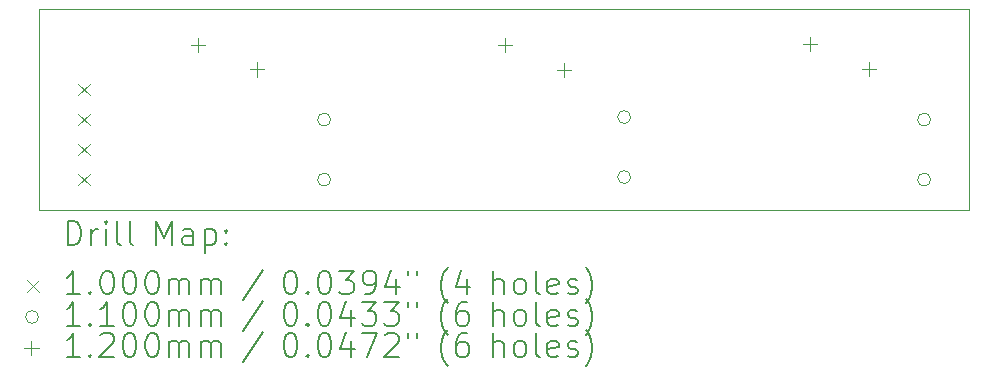
<source format=gbr>
%TF.GenerationSoftware,KiCad,Pcbnew,(7.0.0)*%
%TF.CreationDate,2023-05-23T21:52:25+07:00*%
%TF.ProjectId,bottom_keyboard_pcb,626f7474-6f6d-45f6-9b65-79626f617264,rev?*%
%TF.SameCoordinates,Original*%
%TF.FileFunction,Drillmap*%
%TF.FilePolarity,Positive*%
%FSLAX45Y45*%
G04 Gerber Fmt 4.5, Leading zero omitted, Abs format (unit mm)*
G04 Created by KiCad (PCBNEW (7.0.0)) date 2023-05-23 21:52:25*
%MOMM*%
%LPD*%
G01*
G04 APERTURE LIST*
%ADD10C,0.100000*%
%ADD11C,0.200000*%
%ADD12C,0.110000*%
%ADD13C,0.120000*%
G04 APERTURE END LIST*
D10*
X10033000Y-8842404D02*
X17907000Y-8842404D01*
X17907000Y-8842404D02*
X17907000Y-10541000D01*
X17907000Y-10541000D02*
X10033000Y-10541000D01*
X10033000Y-10541000D02*
X10033000Y-8842404D01*
D11*
D10*
X10364000Y-9474000D02*
X10464000Y-9574000D01*
X10464000Y-9474000D02*
X10364000Y-9574000D01*
X10364000Y-9728000D02*
X10464000Y-9828000D01*
X10464000Y-9728000D02*
X10364000Y-9828000D01*
X10364000Y-9982000D02*
X10464000Y-10082000D01*
X10464000Y-9982000D02*
X10364000Y-10082000D01*
X10364000Y-10236000D02*
X10464000Y-10336000D01*
X10464000Y-10236000D02*
X10364000Y-10336000D01*
D12*
X12501000Y-9779000D02*
G75*
G03*
X12501000Y-9779000I-55000J0D01*
G01*
X12501000Y-10287000D02*
G75*
G03*
X12501000Y-10287000I-55000J0D01*
G01*
X15041000Y-9757218D02*
G75*
G03*
X15041000Y-9757218I-55000J0D01*
G01*
X15041000Y-10265218D02*
G75*
G03*
X15041000Y-10265218I-55000J0D01*
G01*
X17581000Y-9779000D02*
G75*
G03*
X17581000Y-9779000I-55000J0D01*
G01*
X17581000Y-10287000D02*
G75*
G03*
X17581000Y-10287000I-55000J0D01*
G01*
D13*
X11379526Y-9084210D02*
X11379526Y-9204210D01*
X11319526Y-9144210D02*
X11439526Y-9144210D01*
X11879526Y-9294210D02*
X11879526Y-9414210D01*
X11819526Y-9354210D02*
X11939526Y-9354210D01*
X13974000Y-9090000D02*
X13974000Y-9210000D01*
X13914000Y-9150000D02*
X14034000Y-9150000D01*
X14474000Y-9300000D02*
X14474000Y-9420000D01*
X14414000Y-9360000D02*
X14534000Y-9360000D01*
X16560551Y-9080802D02*
X16560551Y-9200802D01*
X16500551Y-9140802D02*
X16620551Y-9140802D01*
X17060552Y-9290802D02*
X17060552Y-9410802D01*
X17000552Y-9350802D02*
X17120552Y-9350802D01*
D11*
X10275619Y-10839476D02*
X10275619Y-10639476D01*
X10275619Y-10639476D02*
X10323238Y-10639476D01*
X10323238Y-10639476D02*
X10351810Y-10649000D01*
X10351810Y-10649000D02*
X10370857Y-10668048D01*
X10370857Y-10668048D02*
X10380381Y-10687095D01*
X10380381Y-10687095D02*
X10389905Y-10725190D01*
X10389905Y-10725190D02*
X10389905Y-10753762D01*
X10389905Y-10753762D02*
X10380381Y-10791857D01*
X10380381Y-10791857D02*
X10370857Y-10810905D01*
X10370857Y-10810905D02*
X10351810Y-10829952D01*
X10351810Y-10829952D02*
X10323238Y-10839476D01*
X10323238Y-10839476D02*
X10275619Y-10839476D01*
X10475619Y-10839476D02*
X10475619Y-10706143D01*
X10475619Y-10744238D02*
X10485143Y-10725190D01*
X10485143Y-10725190D02*
X10494667Y-10715667D01*
X10494667Y-10715667D02*
X10513714Y-10706143D01*
X10513714Y-10706143D02*
X10532762Y-10706143D01*
X10599429Y-10839476D02*
X10599429Y-10706143D01*
X10599429Y-10639476D02*
X10589905Y-10649000D01*
X10589905Y-10649000D02*
X10599429Y-10658524D01*
X10599429Y-10658524D02*
X10608952Y-10649000D01*
X10608952Y-10649000D02*
X10599429Y-10639476D01*
X10599429Y-10639476D02*
X10599429Y-10658524D01*
X10723238Y-10839476D02*
X10704190Y-10829952D01*
X10704190Y-10829952D02*
X10694667Y-10810905D01*
X10694667Y-10810905D02*
X10694667Y-10639476D01*
X10828000Y-10839476D02*
X10808952Y-10829952D01*
X10808952Y-10829952D02*
X10799429Y-10810905D01*
X10799429Y-10810905D02*
X10799429Y-10639476D01*
X11024190Y-10839476D02*
X11024190Y-10639476D01*
X11024190Y-10639476D02*
X11090857Y-10782333D01*
X11090857Y-10782333D02*
X11157524Y-10639476D01*
X11157524Y-10639476D02*
X11157524Y-10839476D01*
X11338476Y-10839476D02*
X11338476Y-10734714D01*
X11338476Y-10734714D02*
X11328952Y-10715667D01*
X11328952Y-10715667D02*
X11309905Y-10706143D01*
X11309905Y-10706143D02*
X11271809Y-10706143D01*
X11271809Y-10706143D02*
X11252762Y-10715667D01*
X11338476Y-10829952D02*
X11319428Y-10839476D01*
X11319428Y-10839476D02*
X11271809Y-10839476D01*
X11271809Y-10839476D02*
X11252762Y-10829952D01*
X11252762Y-10829952D02*
X11243238Y-10810905D01*
X11243238Y-10810905D02*
X11243238Y-10791857D01*
X11243238Y-10791857D02*
X11252762Y-10772810D01*
X11252762Y-10772810D02*
X11271809Y-10763286D01*
X11271809Y-10763286D02*
X11319428Y-10763286D01*
X11319428Y-10763286D02*
X11338476Y-10753762D01*
X11433714Y-10706143D02*
X11433714Y-10906143D01*
X11433714Y-10715667D02*
X11452762Y-10706143D01*
X11452762Y-10706143D02*
X11490857Y-10706143D01*
X11490857Y-10706143D02*
X11509905Y-10715667D01*
X11509905Y-10715667D02*
X11519428Y-10725190D01*
X11519428Y-10725190D02*
X11528952Y-10744238D01*
X11528952Y-10744238D02*
X11528952Y-10801381D01*
X11528952Y-10801381D02*
X11519428Y-10820429D01*
X11519428Y-10820429D02*
X11509905Y-10829952D01*
X11509905Y-10829952D02*
X11490857Y-10839476D01*
X11490857Y-10839476D02*
X11452762Y-10839476D01*
X11452762Y-10839476D02*
X11433714Y-10829952D01*
X11614667Y-10820429D02*
X11624190Y-10829952D01*
X11624190Y-10829952D02*
X11614667Y-10839476D01*
X11614667Y-10839476D02*
X11605143Y-10829952D01*
X11605143Y-10829952D02*
X11614667Y-10820429D01*
X11614667Y-10820429D02*
X11614667Y-10839476D01*
X11614667Y-10715667D02*
X11624190Y-10725190D01*
X11624190Y-10725190D02*
X11614667Y-10734714D01*
X11614667Y-10734714D02*
X11605143Y-10725190D01*
X11605143Y-10725190D02*
X11614667Y-10715667D01*
X11614667Y-10715667D02*
X11614667Y-10734714D01*
D10*
X9928000Y-11136000D02*
X10028000Y-11236000D01*
X10028000Y-11136000D02*
X9928000Y-11236000D01*
D11*
X10380381Y-11259476D02*
X10266095Y-11259476D01*
X10323238Y-11259476D02*
X10323238Y-11059476D01*
X10323238Y-11059476D02*
X10304190Y-11088048D01*
X10304190Y-11088048D02*
X10285143Y-11107095D01*
X10285143Y-11107095D02*
X10266095Y-11116619D01*
X10466095Y-11240428D02*
X10475619Y-11249952D01*
X10475619Y-11249952D02*
X10466095Y-11259476D01*
X10466095Y-11259476D02*
X10456571Y-11249952D01*
X10456571Y-11249952D02*
X10466095Y-11240428D01*
X10466095Y-11240428D02*
X10466095Y-11259476D01*
X10599429Y-11059476D02*
X10618476Y-11059476D01*
X10618476Y-11059476D02*
X10637524Y-11069000D01*
X10637524Y-11069000D02*
X10647048Y-11078524D01*
X10647048Y-11078524D02*
X10656571Y-11097571D01*
X10656571Y-11097571D02*
X10666095Y-11135667D01*
X10666095Y-11135667D02*
X10666095Y-11183286D01*
X10666095Y-11183286D02*
X10656571Y-11221381D01*
X10656571Y-11221381D02*
X10647048Y-11240428D01*
X10647048Y-11240428D02*
X10637524Y-11249952D01*
X10637524Y-11249952D02*
X10618476Y-11259476D01*
X10618476Y-11259476D02*
X10599429Y-11259476D01*
X10599429Y-11259476D02*
X10580381Y-11249952D01*
X10580381Y-11249952D02*
X10570857Y-11240428D01*
X10570857Y-11240428D02*
X10561333Y-11221381D01*
X10561333Y-11221381D02*
X10551810Y-11183286D01*
X10551810Y-11183286D02*
X10551810Y-11135667D01*
X10551810Y-11135667D02*
X10561333Y-11097571D01*
X10561333Y-11097571D02*
X10570857Y-11078524D01*
X10570857Y-11078524D02*
X10580381Y-11069000D01*
X10580381Y-11069000D02*
X10599429Y-11059476D01*
X10789905Y-11059476D02*
X10808952Y-11059476D01*
X10808952Y-11059476D02*
X10828000Y-11069000D01*
X10828000Y-11069000D02*
X10837524Y-11078524D01*
X10837524Y-11078524D02*
X10847048Y-11097571D01*
X10847048Y-11097571D02*
X10856571Y-11135667D01*
X10856571Y-11135667D02*
X10856571Y-11183286D01*
X10856571Y-11183286D02*
X10847048Y-11221381D01*
X10847048Y-11221381D02*
X10837524Y-11240428D01*
X10837524Y-11240428D02*
X10828000Y-11249952D01*
X10828000Y-11249952D02*
X10808952Y-11259476D01*
X10808952Y-11259476D02*
X10789905Y-11259476D01*
X10789905Y-11259476D02*
X10770857Y-11249952D01*
X10770857Y-11249952D02*
X10761333Y-11240428D01*
X10761333Y-11240428D02*
X10751810Y-11221381D01*
X10751810Y-11221381D02*
X10742286Y-11183286D01*
X10742286Y-11183286D02*
X10742286Y-11135667D01*
X10742286Y-11135667D02*
X10751810Y-11097571D01*
X10751810Y-11097571D02*
X10761333Y-11078524D01*
X10761333Y-11078524D02*
X10770857Y-11069000D01*
X10770857Y-11069000D02*
X10789905Y-11059476D01*
X10980381Y-11059476D02*
X10999429Y-11059476D01*
X10999429Y-11059476D02*
X11018476Y-11069000D01*
X11018476Y-11069000D02*
X11028000Y-11078524D01*
X11028000Y-11078524D02*
X11037524Y-11097571D01*
X11037524Y-11097571D02*
X11047048Y-11135667D01*
X11047048Y-11135667D02*
X11047048Y-11183286D01*
X11047048Y-11183286D02*
X11037524Y-11221381D01*
X11037524Y-11221381D02*
X11028000Y-11240428D01*
X11028000Y-11240428D02*
X11018476Y-11249952D01*
X11018476Y-11249952D02*
X10999429Y-11259476D01*
X10999429Y-11259476D02*
X10980381Y-11259476D01*
X10980381Y-11259476D02*
X10961333Y-11249952D01*
X10961333Y-11249952D02*
X10951810Y-11240428D01*
X10951810Y-11240428D02*
X10942286Y-11221381D01*
X10942286Y-11221381D02*
X10932762Y-11183286D01*
X10932762Y-11183286D02*
X10932762Y-11135667D01*
X10932762Y-11135667D02*
X10942286Y-11097571D01*
X10942286Y-11097571D02*
X10951810Y-11078524D01*
X10951810Y-11078524D02*
X10961333Y-11069000D01*
X10961333Y-11069000D02*
X10980381Y-11059476D01*
X11132762Y-11259476D02*
X11132762Y-11126143D01*
X11132762Y-11145190D02*
X11142286Y-11135667D01*
X11142286Y-11135667D02*
X11161333Y-11126143D01*
X11161333Y-11126143D02*
X11189905Y-11126143D01*
X11189905Y-11126143D02*
X11208952Y-11135667D01*
X11208952Y-11135667D02*
X11218476Y-11154714D01*
X11218476Y-11154714D02*
X11218476Y-11259476D01*
X11218476Y-11154714D02*
X11228000Y-11135667D01*
X11228000Y-11135667D02*
X11247048Y-11126143D01*
X11247048Y-11126143D02*
X11275619Y-11126143D01*
X11275619Y-11126143D02*
X11294667Y-11135667D01*
X11294667Y-11135667D02*
X11304190Y-11154714D01*
X11304190Y-11154714D02*
X11304190Y-11259476D01*
X11399429Y-11259476D02*
X11399429Y-11126143D01*
X11399429Y-11145190D02*
X11408952Y-11135667D01*
X11408952Y-11135667D02*
X11428000Y-11126143D01*
X11428000Y-11126143D02*
X11456571Y-11126143D01*
X11456571Y-11126143D02*
X11475619Y-11135667D01*
X11475619Y-11135667D02*
X11485143Y-11154714D01*
X11485143Y-11154714D02*
X11485143Y-11259476D01*
X11485143Y-11154714D02*
X11494667Y-11135667D01*
X11494667Y-11135667D02*
X11513714Y-11126143D01*
X11513714Y-11126143D02*
X11542286Y-11126143D01*
X11542286Y-11126143D02*
X11561333Y-11135667D01*
X11561333Y-11135667D02*
X11570857Y-11154714D01*
X11570857Y-11154714D02*
X11570857Y-11259476D01*
X11928952Y-11049952D02*
X11757524Y-11307095D01*
X12153714Y-11059476D02*
X12172762Y-11059476D01*
X12172762Y-11059476D02*
X12191810Y-11069000D01*
X12191810Y-11069000D02*
X12201333Y-11078524D01*
X12201333Y-11078524D02*
X12210857Y-11097571D01*
X12210857Y-11097571D02*
X12220381Y-11135667D01*
X12220381Y-11135667D02*
X12220381Y-11183286D01*
X12220381Y-11183286D02*
X12210857Y-11221381D01*
X12210857Y-11221381D02*
X12201333Y-11240428D01*
X12201333Y-11240428D02*
X12191810Y-11249952D01*
X12191810Y-11249952D02*
X12172762Y-11259476D01*
X12172762Y-11259476D02*
X12153714Y-11259476D01*
X12153714Y-11259476D02*
X12134667Y-11249952D01*
X12134667Y-11249952D02*
X12125143Y-11240428D01*
X12125143Y-11240428D02*
X12115619Y-11221381D01*
X12115619Y-11221381D02*
X12106095Y-11183286D01*
X12106095Y-11183286D02*
X12106095Y-11135667D01*
X12106095Y-11135667D02*
X12115619Y-11097571D01*
X12115619Y-11097571D02*
X12125143Y-11078524D01*
X12125143Y-11078524D02*
X12134667Y-11069000D01*
X12134667Y-11069000D02*
X12153714Y-11059476D01*
X12306095Y-11240428D02*
X12315619Y-11249952D01*
X12315619Y-11249952D02*
X12306095Y-11259476D01*
X12306095Y-11259476D02*
X12296571Y-11249952D01*
X12296571Y-11249952D02*
X12306095Y-11240428D01*
X12306095Y-11240428D02*
X12306095Y-11259476D01*
X12439429Y-11059476D02*
X12458476Y-11059476D01*
X12458476Y-11059476D02*
X12477524Y-11069000D01*
X12477524Y-11069000D02*
X12487048Y-11078524D01*
X12487048Y-11078524D02*
X12496571Y-11097571D01*
X12496571Y-11097571D02*
X12506095Y-11135667D01*
X12506095Y-11135667D02*
X12506095Y-11183286D01*
X12506095Y-11183286D02*
X12496571Y-11221381D01*
X12496571Y-11221381D02*
X12487048Y-11240428D01*
X12487048Y-11240428D02*
X12477524Y-11249952D01*
X12477524Y-11249952D02*
X12458476Y-11259476D01*
X12458476Y-11259476D02*
X12439429Y-11259476D01*
X12439429Y-11259476D02*
X12420381Y-11249952D01*
X12420381Y-11249952D02*
X12410857Y-11240428D01*
X12410857Y-11240428D02*
X12401333Y-11221381D01*
X12401333Y-11221381D02*
X12391810Y-11183286D01*
X12391810Y-11183286D02*
X12391810Y-11135667D01*
X12391810Y-11135667D02*
X12401333Y-11097571D01*
X12401333Y-11097571D02*
X12410857Y-11078524D01*
X12410857Y-11078524D02*
X12420381Y-11069000D01*
X12420381Y-11069000D02*
X12439429Y-11059476D01*
X12572762Y-11059476D02*
X12696571Y-11059476D01*
X12696571Y-11059476D02*
X12629905Y-11135667D01*
X12629905Y-11135667D02*
X12658476Y-11135667D01*
X12658476Y-11135667D02*
X12677524Y-11145190D01*
X12677524Y-11145190D02*
X12687048Y-11154714D01*
X12687048Y-11154714D02*
X12696571Y-11173762D01*
X12696571Y-11173762D02*
X12696571Y-11221381D01*
X12696571Y-11221381D02*
X12687048Y-11240428D01*
X12687048Y-11240428D02*
X12677524Y-11249952D01*
X12677524Y-11249952D02*
X12658476Y-11259476D01*
X12658476Y-11259476D02*
X12601333Y-11259476D01*
X12601333Y-11259476D02*
X12582286Y-11249952D01*
X12582286Y-11249952D02*
X12572762Y-11240428D01*
X12791810Y-11259476D02*
X12829905Y-11259476D01*
X12829905Y-11259476D02*
X12848952Y-11249952D01*
X12848952Y-11249952D02*
X12858476Y-11240428D01*
X12858476Y-11240428D02*
X12877524Y-11211857D01*
X12877524Y-11211857D02*
X12887048Y-11173762D01*
X12887048Y-11173762D02*
X12887048Y-11097571D01*
X12887048Y-11097571D02*
X12877524Y-11078524D01*
X12877524Y-11078524D02*
X12868000Y-11069000D01*
X12868000Y-11069000D02*
X12848952Y-11059476D01*
X12848952Y-11059476D02*
X12810857Y-11059476D01*
X12810857Y-11059476D02*
X12791810Y-11069000D01*
X12791810Y-11069000D02*
X12782286Y-11078524D01*
X12782286Y-11078524D02*
X12772762Y-11097571D01*
X12772762Y-11097571D02*
X12772762Y-11145190D01*
X12772762Y-11145190D02*
X12782286Y-11164238D01*
X12782286Y-11164238D02*
X12791810Y-11173762D01*
X12791810Y-11173762D02*
X12810857Y-11183286D01*
X12810857Y-11183286D02*
X12848952Y-11183286D01*
X12848952Y-11183286D02*
X12868000Y-11173762D01*
X12868000Y-11173762D02*
X12877524Y-11164238D01*
X12877524Y-11164238D02*
X12887048Y-11145190D01*
X13058476Y-11126143D02*
X13058476Y-11259476D01*
X13010857Y-11049952D02*
X12963238Y-11192809D01*
X12963238Y-11192809D02*
X13087048Y-11192809D01*
X13153714Y-11059476D02*
X13153714Y-11097571D01*
X13229905Y-11059476D02*
X13229905Y-11097571D01*
X13492762Y-11335667D02*
X13483238Y-11326143D01*
X13483238Y-11326143D02*
X13464191Y-11297571D01*
X13464191Y-11297571D02*
X13454667Y-11278524D01*
X13454667Y-11278524D02*
X13445143Y-11249952D01*
X13445143Y-11249952D02*
X13435619Y-11202333D01*
X13435619Y-11202333D02*
X13435619Y-11164238D01*
X13435619Y-11164238D02*
X13445143Y-11116619D01*
X13445143Y-11116619D02*
X13454667Y-11088048D01*
X13454667Y-11088048D02*
X13464191Y-11069000D01*
X13464191Y-11069000D02*
X13483238Y-11040429D01*
X13483238Y-11040429D02*
X13492762Y-11030905D01*
X13654667Y-11126143D02*
X13654667Y-11259476D01*
X13607048Y-11049952D02*
X13559429Y-11192809D01*
X13559429Y-11192809D02*
X13683238Y-11192809D01*
X13879429Y-11259476D02*
X13879429Y-11059476D01*
X13965143Y-11259476D02*
X13965143Y-11154714D01*
X13965143Y-11154714D02*
X13955619Y-11135667D01*
X13955619Y-11135667D02*
X13936572Y-11126143D01*
X13936572Y-11126143D02*
X13908000Y-11126143D01*
X13908000Y-11126143D02*
X13888952Y-11135667D01*
X13888952Y-11135667D02*
X13879429Y-11145190D01*
X14088952Y-11259476D02*
X14069905Y-11249952D01*
X14069905Y-11249952D02*
X14060381Y-11240428D01*
X14060381Y-11240428D02*
X14050857Y-11221381D01*
X14050857Y-11221381D02*
X14050857Y-11164238D01*
X14050857Y-11164238D02*
X14060381Y-11145190D01*
X14060381Y-11145190D02*
X14069905Y-11135667D01*
X14069905Y-11135667D02*
X14088952Y-11126143D01*
X14088952Y-11126143D02*
X14117524Y-11126143D01*
X14117524Y-11126143D02*
X14136572Y-11135667D01*
X14136572Y-11135667D02*
X14146095Y-11145190D01*
X14146095Y-11145190D02*
X14155619Y-11164238D01*
X14155619Y-11164238D02*
X14155619Y-11221381D01*
X14155619Y-11221381D02*
X14146095Y-11240428D01*
X14146095Y-11240428D02*
X14136572Y-11249952D01*
X14136572Y-11249952D02*
X14117524Y-11259476D01*
X14117524Y-11259476D02*
X14088952Y-11259476D01*
X14269905Y-11259476D02*
X14250857Y-11249952D01*
X14250857Y-11249952D02*
X14241333Y-11230905D01*
X14241333Y-11230905D02*
X14241333Y-11059476D01*
X14422286Y-11249952D02*
X14403238Y-11259476D01*
X14403238Y-11259476D02*
X14365143Y-11259476D01*
X14365143Y-11259476D02*
X14346095Y-11249952D01*
X14346095Y-11249952D02*
X14336572Y-11230905D01*
X14336572Y-11230905D02*
X14336572Y-11154714D01*
X14336572Y-11154714D02*
X14346095Y-11135667D01*
X14346095Y-11135667D02*
X14365143Y-11126143D01*
X14365143Y-11126143D02*
X14403238Y-11126143D01*
X14403238Y-11126143D02*
X14422286Y-11135667D01*
X14422286Y-11135667D02*
X14431810Y-11154714D01*
X14431810Y-11154714D02*
X14431810Y-11173762D01*
X14431810Y-11173762D02*
X14336572Y-11192809D01*
X14508000Y-11249952D02*
X14527048Y-11259476D01*
X14527048Y-11259476D02*
X14565143Y-11259476D01*
X14565143Y-11259476D02*
X14584191Y-11249952D01*
X14584191Y-11249952D02*
X14593714Y-11230905D01*
X14593714Y-11230905D02*
X14593714Y-11221381D01*
X14593714Y-11221381D02*
X14584191Y-11202333D01*
X14584191Y-11202333D02*
X14565143Y-11192809D01*
X14565143Y-11192809D02*
X14536572Y-11192809D01*
X14536572Y-11192809D02*
X14517524Y-11183286D01*
X14517524Y-11183286D02*
X14508000Y-11164238D01*
X14508000Y-11164238D02*
X14508000Y-11154714D01*
X14508000Y-11154714D02*
X14517524Y-11135667D01*
X14517524Y-11135667D02*
X14536572Y-11126143D01*
X14536572Y-11126143D02*
X14565143Y-11126143D01*
X14565143Y-11126143D02*
X14584191Y-11135667D01*
X14660381Y-11335667D02*
X14669905Y-11326143D01*
X14669905Y-11326143D02*
X14688953Y-11297571D01*
X14688953Y-11297571D02*
X14698476Y-11278524D01*
X14698476Y-11278524D02*
X14708000Y-11249952D01*
X14708000Y-11249952D02*
X14717524Y-11202333D01*
X14717524Y-11202333D02*
X14717524Y-11164238D01*
X14717524Y-11164238D02*
X14708000Y-11116619D01*
X14708000Y-11116619D02*
X14698476Y-11088048D01*
X14698476Y-11088048D02*
X14688953Y-11069000D01*
X14688953Y-11069000D02*
X14669905Y-11040429D01*
X14669905Y-11040429D02*
X14660381Y-11030905D01*
D12*
X10028000Y-11450000D02*
G75*
G03*
X10028000Y-11450000I-55000J0D01*
G01*
D11*
X10380381Y-11523476D02*
X10266095Y-11523476D01*
X10323238Y-11523476D02*
X10323238Y-11323476D01*
X10323238Y-11323476D02*
X10304190Y-11352048D01*
X10304190Y-11352048D02*
X10285143Y-11371095D01*
X10285143Y-11371095D02*
X10266095Y-11380619D01*
X10466095Y-11504428D02*
X10475619Y-11513952D01*
X10475619Y-11513952D02*
X10466095Y-11523476D01*
X10466095Y-11523476D02*
X10456571Y-11513952D01*
X10456571Y-11513952D02*
X10466095Y-11504428D01*
X10466095Y-11504428D02*
X10466095Y-11523476D01*
X10666095Y-11523476D02*
X10551810Y-11523476D01*
X10608952Y-11523476D02*
X10608952Y-11323476D01*
X10608952Y-11323476D02*
X10589905Y-11352048D01*
X10589905Y-11352048D02*
X10570857Y-11371095D01*
X10570857Y-11371095D02*
X10551810Y-11380619D01*
X10789905Y-11323476D02*
X10808952Y-11323476D01*
X10808952Y-11323476D02*
X10828000Y-11333000D01*
X10828000Y-11333000D02*
X10837524Y-11342524D01*
X10837524Y-11342524D02*
X10847048Y-11361571D01*
X10847048Y-11361571D02*
X10856571Y-11399667D01*
X10856571Y-11399667D02*
X10856571Y-11447286D01*
X10856571Y-11447286D02*
X10847048Y-11485381D01*
X10847048Y-11485381D02*
X10837524Y-11504428D01*
X10837524Y-11504428D02*
X10828000Y-11513952D01*
X10828000Y-11513952D02*
X10808952Y-11523476D01*
X10808952Y-11523476D02*
X10789905Y-11523476D01*
X10789905Y-11523476D02*
X10770857Y-11513952D01*
X10770857Y-11513952D02*
X10761333Y-11504428D01*
X10761333Y-11504428D02*
X10751810Y-11485381D01*
X10751810Y-11485381D02*
X10742286Y-11447286D01*
X10742286Y-11447286D02*
X10742286Y-11399667D01*
X10742286Y-11399667D02*
X10751810Y-11361571D01*
X10751810Y-11361571D02*
X10761333Y-11342524D01*
X10761333Y-11342524D02*
X10770857Y-11333000D01*
X10770857Y-11333000D02*
X10789905Y-11323476D01*
X10980381Y-11323476D02*
X10999429Y-11323476D01*
X10999429Y-11323476D02*
X11018476Y-11333000D01*
X11018476Y-11333000D02*
X11028000Y-11342524D01*
X11028000Y-11342524D02*
X11037524Y-11361571D01*
X11037524Y-11361571D02*
X11047048Y-11399667D01*
X11047048Y-11399667D02*
X11047048Y-11447286D01*
X11047048Y-11447286D02*
X11037524Y-11485381D01*
X11037524Y-11485381D02*
X11028000Y-11504428D01*
X11028000Y-11504428D02*
X11018476Y-11513952D01*
X11018476Y-11513952D02*
X10999429Y-11523476D01*
X10999429Y-11523476D02*
X10980381Y-11523476D01*
X10980381Y-11523476D02*
X10961333Y-11513952D01*
X10961333Y-11513952D02*
X10951810Y-11504428D01*
X10951810Y-11504428D02*
X10942286Y-11485381D01*
X10942286Y-11485381D02*
X10932762Y-11447286D01*
X10932762Y-11447286D02*
X10932762Y-11399667D01*
X10932762Y-11399667D02*
X10942286Y-11361571D01*
X10942286Y-11361571D02*
X10951810Y-11342524D01*
X10951810Y-11342524D02*
X10961333Y-11333000D01*
X10961333Y-11333000D02*
X10980381Y-11323476D01*
X11132762Y-11523476D02*
X11132762Y-11390143D01*
X11132762Y-11409190D02*
X11142286Y-11399667D01*
X11142286Y-11399667D02*
X11161333Y-11390143D01*
X11161333Y-11390143D02*
X11189905Y-11390143D01*
X11189905Y-11390143D02*
X11208952Y-11399667D01*
X11208952Y-11399667D02*
X11218476Y-11418714D01*
X11218476Y-11418714D02*
X11218476Y-11523476D01*
X11218476Y-11418714D02*
X11228000Y-11399667D01*
X11228000Y-11399667D02*
X11247048Y-11390143D01*
X11247048Y-11390143D02*
X11275619Y-11390143D01*
X11275619Y-11390143D02*
X11294667Y-11399667D01*
X11294667Y-11399667D02*
X11304190Y-11418714D01*
X11304190Y-11418714D02*
X11304190Y-11523476D01*
X11399429Y-11523476D02*
X11399429Y-11390143D01*
X11399429Y-11409190D02*
X11408952Y-11399667D01*
X11408952Y-11399667D02*
X11428000Y-11390143D01*
X11428000Y-11390143D02*
X11456571Y-11390143D01*
X11456571Y-11390143D02*
X11475619Y-11399667D01*
X11475619Y-11399667D02*
X11485143Y-11418714D01*
X11485143Y-11418714D02*
X11485143Y-11523476D01*
X11485143Y-11418714D02*
X11494667Y-11399667D01*
X11494667Y-11399667D02*
X11513714Y-11390143D01*
X11513714Y-11390143D02*
X11542286Y-11390143D01*
X11542286Y-11390143D02*
X11561333Y-11399667D01*
X11561333Y-11399667D02*
X11570857Y-11418714D01*
X11570857Y-11418714D02*
X11570857Y-11523476D01*
X11928952Y-11313952D02*
X11757524Y-11571095D01*
X12153714Y-11323476D02*
X12172762Y-11323476D01*
X12172762Y-11323476D02*
X12191810Y-11333000D01*
X12191810Y-11333000D02*
X12201333Y-11342524D01*
X12201333Y-11342524D02*
X12210857Y-11361571D01*
X12210857Y-11361571D02*
X12220381Y-11399667D01*
X12220381Y-11399667D02*
X12220381Y-11447286D01*
X12220381Y-11447286D02*
X12210857Y-11485381D01*
X12210857Y-11485381D02*
X12201333Y-11504428D01*
X12201333Y-11504428D02*
X12191810Y-11513952D01*
X12191810Y-11513952D02*
X12172762Y-11523476D01*
X12172762Y-11523476D02*
X12153714Y-11523476D01*
X12153714Y-11523476D02*
X12134667Y-11513952D01*
X12134667Y-11513952D02*
X12125143Y-11504428D01*
X12125143Y-11504428D02*
X12115619Y-11485381D01*
X12115619Y-11485381D02*
X12106095Y-11447286D01*
X12106095Y-11447286D02*
X12106095Y-11399667D01*
X12106095Y-11399667D02*
X12115619Y-11361571D01*
X12115619Y-11361571D02*
X12125143Y-11342524D01*
X12125143Y-11342524D02*
X12134667Y-11333000D01*
X12134667Y-11333000D02*
X12153714Y-11323476D01*
X12306095Y-11504428D02*
X12315619Y-11513952D01*
X12315619Y-11513952D02*
X12306095Y-11523476D01*
X12306095Y-11523476D02*
X12296571Y-11513952D01*
X12296571Y-11513952D02*
X12306095Y-11504428D01*
X12306095Y-11504428D02*
X12306095Y-11523476D01*
X12439429Y-11323476D02*
X12458476Y-11323476D01*
X12458476Y-11323476D02*
X12477524Y-11333000D01*
X12477524Y-11333000D02*
X12487048Y-11342524D01*
X12487048Y-11342524D02*
X12496571Y-11361571D01*
X12496571Y-11361571D02*
X12506095Y-11399667D01*
X12506095Y-11399667D02*
X12506095Y-11447286D01*
X12506095Y-11447286D02*
X12496571Y-11485381D01*
X12496571Y-11485381D02*
X12487048Y-11504428D01*
X12487048Y-11504428D02*
X12477524Y-11513952D01*
X12477524Y-11513952D02*
X12458476Y-11523476D01*
X12458476Y-11523476D02*
X12439429Y-11523476D01*
X12439429Y-11523476D02*
X12420381Y-11513952D01*
X12420381Y-11513952D02*
X12410857Y-11504428D01*
X12410857Y-11504428D02*
X12401333Y-11485381D01*
X12401333Y-11485381D02*
X12391810Y-11447286D01*
X12391810Y-11447286D02*
X12391810Y-11399667D01*
X12391810Y-11399667D02*
X12401333Y-11361571D01*
X12401333Y-11361571D02*
X12410857Y-11342524D01*
X12410857Y-11342524D02*
X12420381Y-11333000D01*
X12420381Y-11333000D02*
X12439429Y-11323476D01*
X12677524Y-11390143D02*
X12677524Y-11523476D01*
X12629905Y-11313952D02*
X12582286Y-11456809D01*
X12582286Y-11456809D02*
X12706095Y-11456809D01*
X12763238Y-11323476D02*
X12887048Y-11323476D01*
X12887048Y-11323476D02*
X12820381Y-11399667D01*
X12820381Y-11399667D02*
X12848952Y-11399667D01*
X12848952Y-11399667D02*
X12868000Y-11409190D01*
X12868000Y-11409190D02*
X12877524Y-11418714D01*
X12877524Y-11418714D02*
X12887048Y-11437762D01*
X12887048Y-11437762D02*
X12887048Y-11485381D01*
X12887048Y-11485381D02*
X12877524Y-11504428D01*
X12877524Y-11504428D02*
X12868000Y-11513952D01*
X12868000Y-11513952D02*
X12848952Y-11523476D01*
X12848952Y-11523476D02*
X12791810Y-11523476D01*
X12791810Y-11523476D02*
X12772762Y-11513952D01*
X12772762Y-11513952D02*
X12763238Y-11504428D01*
X12953714Y-11323476D02*
X13077524Y-11323476D01*
X13077524Y-11323476D02*
X13010857Y-11399667D01*
X13010857Y-11399667D02*
X13039429Y-11399667D01*
X13039429Y-11399667D02*
X13058476Y-11409190D01*
X13058476Y-11409190D02*
X13068000Y-11418714D01*
X13068000Y-11418714D02*
X13077524Y-11437762D01*
X13077524Y-11437762D02*
X13077524Y-11485381D01*
X13077524Y-11485381D02*
X13068000Y-11504428D01*
X13068000Y-11504428D02*
X13058476Y-11513952D01*
X13058476Y-11513952D02*
X13039429Y-11523476D01*
X13039429Y-11523476D02*
X12982286Y-11523476D01*
X12982286Y-11523476D02*
X12963238Y-11513952D01*
X12963238Y-11513952D02*
X12953714Y-11504428D01*
X13153714Y-11323476D02*
X13153714Y-11361571D01*
X13229905Y-11323476D02*
X13229905Y-11361571D01*
X13492762Y-11599667D02*
X13483238Y-11590143D01*
X13483238Y-11590143D02*
X13464191Y-11561571D01*
X13464191Y-11561571D02*
X13454667Y-11542524D01*
X13454667Y-11542524D02*
X13445143Y-11513952D01*
X13445143Y-11513952D02*
X13435619Y-11466333D01*
X13435619Y-11466333D02*
X13435619Y-11428238D01*
X13435619Y-11428238D02*
X13445143Y-11380619D01*
X13445143Y-11380619D02*
X13454667Y-11352048D01*
X13454667Y-11352048D02*
X13464191Y-11333000D01*
X13464191Y-11333000D02*
X13483238Y-11304428D01*
X13483238Y-11304428D02*
X13492762Y-11294905D01*
X13654667Y-11323476D02*
X13616571Y-11323476D01*
X13616571Y-11323476D02*
X13597524Y-11333000D01*
X13597524Y-11333000D02*
X13588000Y-11342524D01*
X13588000Y-11342524D02*
X13568952Y-11371095D01*
X13568952Y-11371095D02*
X13559429Y-11409190D01*
X13559429Y-11409190D02*
X13559429Y-11485381D01*
X13559429Y-11485381D02*
X13568952Y-11504428D01*
X13568952Y-11504428D02*
X13578476Y-11513952D01*
X13578476Y-11513952D02*
X13597524Y-11523476D01*
X13597524Y-11523476D02*
X13635619Y-11523476D01*
X13635619Y-11523476D02*
X13654667Y-11513952D01*
X13654667Y-11513952D02*
X13664191Y-11504428D01*
X13664191Y-11504428D02*
X13673714Y-11485381D01*
X13673714Y-11485381D02*
X13673714Y-11437762D01*
X13673714Y-11437762D02*
X13664191Y-11418714D01*
X13664191Y-11418714D02*
X13654667Y-11409190D01*
X13654667Y-11409190D02*
X13635619Y-11399667D01*
X13635619Y-11399667D02*
X13597524Y-11399667D01*
X13597524Y-11399667D02*
X13578476Y-11409190D01*
X13578476Y-11409190D02*
X13568952Y-11418714D01*
X13568952Y-11418714D02*
X13559429Y-11437762D01*
X13879429Y-11523476D02*
X13879429Y-11323476D01*
X13965143Y-11523476D02*
X13965143Y-11418714D01*
X13965143Y-11418714D02*
X13955619Y-11399667D01*
X13955619Y-11399667D02*
X13936572Y-11390143D01*
X13936572Y-11390143D02*
X13908000Y-11390143D01*
X13908000Y-11390143D02*
X13888952Y-11399667D01*
X13888952Y-11399667D02*
X13879429Y-11409190D01*
X14088952Y-11523476D02*
X14069905Y-11513952D01*
X14069905Y-11513952D02*
X14060381Y-11504428D01*
X14060381Y-11504428D02*
X14050857Y-11485381D01*
X14050857Y-11485381D02*
X14050857Y-11428238D01*
X14050857Y-11428238D02*
X14060381Y-11409190D01*
X14060381Y-11409190D02*
X14069905Y-11399667D01*
X14069905Y-11399667D02*
X14088952Y-11390143D01*
X14088952Y-11390143D02*
X14117524Y-11390143D01*
X14117524Y-11390143D02*
X14136572Y-11399667D01*
X14136572Y-11399667D02*
X14146095Y-11409190D01*
X14146095Y-11409190D02*
X14155619Y-11428238D01*
X14155619Y-11428238D02*
X14155619Y-11485381D01*
X14155619Y-11485381D02*
X14146095Y-11504428D01*
X14146095Y-11504428D02*
X14136572Y-11513952D01*
X14136572Y-11513952D02*
X14117524Y-11523476D01*
X14117524Y-11523476D02*
X14088952Y-11523476D01*
X14269905Y-11523476D02*
X14250857Y-11513952D01*
X14250857Y-11513952D02*
X14241333Y-11494905D01*
X14241333Y-11494905D02*
X14241333Y-11323476D01*
X14422286Y-11513952D02*
X14403238Y-11523476D01*
X14403238Y-11523476D02*
X14365143Y-11523476D01*
X14365143Y-11523476D02*
X14346095Y-11513952D01*
X14346095Y-11513952D02*
X14336572Y-11494905D01*
X14336572Y-11494905D02*
X14336572Y-11418714D01*
X14336572Y-11418714D02*
X14346095Y-11399667D01*
X14346095Y-11399667D02*
X14365143Y-11390143D01*
X14365143Y-11390143D02*
X14403238Y-11390143D01*
X14403238Y-11390143D02*
X14422286Y-11399667D01*
X14422286Y-11399667D02*
X14431810Y-11418714D01*
X14431810Y-11418714D02*
X14431810Y-11437762D01*
X14431810Y-11437762D02*
X14336572Y-11456809D01*
X14508000Y-11513952D02*
X14527048Y-11523476D01*
X14527048Y-11523476D02*
X14565143Y-11523476D01*
X14565143Y-11523476D02*
X14584191Y-11513952D01*
X14584191Y-11513952D02*
X14593714Y-11494905D01*
X14593714Y-11494905D02*
X14593714Y-11485381D01*
X14593714Y-11485381D02*
X14584191Y-11466333D01*
X14584191Y-11466333D02*
X14565143Y-11456809D01*
X14565143Y-11456809D02*
X14536572Y-11456809D01*
X14536572Y-11456809D02*
X14517524Y-11447286D01*
X14517524Y-11447286D02*
X14508000Y-11428238D01*
X14508000Y-11428238D02*
X14508000Y-11418714D01*
X14508000Y-11418714D02*
X14517524Y-11399667D01*
X14517524Y-11399667D02*
X14536572Y-11390143D01*
X14536572Y-11390143D02*
X14565143Y-11390143D01*
X14565143Y-11390143D02*
X14584191Y-11399667D01*
X14660381Y-11599667D02*
X14669905Y-11590143D01*
X14669905Y-11590143D02*
X14688953Y-11561571D01*
X14688953Y-11561571D02*
X14698476Y-11542524D01*
X14698476Y-11542524D02*
X14708000Y-11513952D01*
X14708000Y-11513952D02*
X14717524Y-11466333D01*
X14717524Y-11466333D02*
X14717524Y-11428238D01*
X14717524Y-11428238D02*
X14708000Y-11380619D01*
X14708000Y-11380619D02*
X14698476Y-11352048D01*
X14698476Y-11352048D02*
X14688953Y-11333000D01*
X14688953Y-11333000D02*
X14669905Y-11304428D01*
X14669905Y-11304428D02*
X14660381Y-11294905D01*
D13*
X9968000Y-11654000D02*
X9968000Y-11774000D01*
X9908000Y-11714000D02*
X10028000Y-11714000D01*
D11*
X10380381Y-11787476D02*
X10266095Y-11787476D01*
X10323238Y-11787476D02*
X10323238Y-11587476D01*
X10323238Y-11587476D02*
X10304190Y-11616048D01*
X10304190Y-11616048D02*
X10285143Y-11635095D01*
X10285143Y-11635095D02*
X10266095Y-11644619D01*
X10466095Y-11768428D02*
X10475619Y-11777952D01*
X10475619Y-11777952D02*
X10466095Y-11787476D01*
X10466095Y-11787476D02*
X10456571Y-11777952D01*
X10456571Y-11777952D02*
X10466095Y-11768428D01*
X10466095Y-11768428D02*
X10466095Y-11787476D01*
X10551810Y-11606524D02*
X10561333Y-11597000D01*
X10561333Y-11597000D02*
X10580381Y-11587476D01*
X10580381Y-11587476D02*
X10628000Y-11587476D01*
X10628000Y-11587476D02*
X10647048Y-11597000D01*
X10647048Y-11597000D02*
X10656571Y-11606524D01*
X10656571Y-11606524D02*
X10666095Y-11625571D01*
X10666095Y-11625571D02*
X10666095Y-11644619D01*
X10666095Y-11644619D02*
X10656571Y-11673190D01*
X10656571Y-11673190D02*
X10542286Y-11787476D01*
X10542286Y-11787476D02*
X10666095Y-11787476D01*
X10789905Y-11587476D02*
X10808952Y-11587476D01*
X10808952Y-11587476D02*
X10828000Y-11597000D01*
X10828000Y-11597000D02*
X10837524Y-11606524D01*
X10837524Y-11606524D02*
X10847048Y-11625571D01*
X10847048Y-11625571D02*
X10856571Y-11663667D01*
X10856571Y-11663667D02*
X10856571Y-11711286D01*
X10856571Y-11711286D02*
X10847048Y-11749381D01*
X10847048Y-11749381D02*
X10837524Y-11768428D01*
X10837524Y-11768428D02*
X10828000Y-11777952D01*
X10828000Y-11777952D02*
X10808952Y-11787476D01*
X10808952Y-11787476D02*
X10789905Y-11787476D01*
X10789905Y-11787476D02*
X10770857Y-11777952D01*
X10770857Y-11777952D02*
X10761333Y-11768428D01*
X10761333Y-11768428D02*
X10751810Y-11749381D01*
X10751810Y-11749381D02*
X10742286Y-11711286D01*
X10742286Y-11711286D02*
X10742286Y-11663667D01*
X10742286Y-11663667D02*
X10751810Y-11625571D01*
X10751810Y-11625571D02*
X10761333Y-11606524D01*
X10761333Y-11606524D02*
X10770857Y-11597000D01*
X10770857Y-11597000D02*
X10789905Y-11587476D01*
X10980381Y-11587476D02*
X10999429Y-11587476D01*
X10999429Y-11587476D02*
X11018476Y-11597000D01*
X11018476Y-11597000D02*
X11028000Y-11606524D01*
X11028000Y-11606524D02*
X11037524Y-11625571D01*
X11037524Y-11625571D02*
X11047048Y-11663667D01*
X11047048Y-11663667D02*
X11047048Y-11711286D01*
X11047048Y-11711286D02*
X11037524Y-11749381D01*
X11037524Y-11749381D02*
X11028000Y-11768428D01*
X11028000Y-11768428D02*
X11018476Y-11777952D01*
X11018476Y-11777952D02*
X10999429Y-11787476D01*
X10999429Y-11787476D02*
X10980381Y-11787476D01*
X10980381Y-11787476D02*
X10961333Y-11777952D01*
X10961333Y-11777952D02*
X10951810Y-11768428D01*
X10951810Y-11768428D02*
X10942286Y-11749381D01*
X10942286Y-11749381D02*
X10932762Y-11711286D01*
X10932762Y-11711286D02*
X10932762Y-11663667D01*
X10932762Y-11663667D02*
X10942286Y-11625571D01*
X10942286Y-11625571D02*
X10951810Y-11606524D01*
X10951810Y-11606524D02*
X10961333Y-11597000D01*
X10961333Y-11597000D02*
X10980381Y-11587476D01*
X11132762Y-11787476D02*
X11132762Y-11654143D01*
X11132762Y-11673190D02*
X11142286Y-11663667D01*
X11142286Y-11663667D02*
X11161333Y-11654143D01*
X11161333Y-11654143D02*
X11189905Y-11654143D01*
X11189905Y-11654143D02*
X11208952Y-11663667D01*
X11208952Y-11663667D02*
X11218476Y-11682714D01*
X11218476Y-11682714D02*
X11218476Y-11787476D01*
X11218476Y-11682714D02*
X11228000Y-11663667D01*
X11228000Y-11663667D02*
X11247048Y-11654143D01*
X11247048Y-11654143D02*
X11275619Y-11654143D01*
X11275619Y-11654143D02*
X11294667Y-11663667D01*
X11294667Y-11663667D02*
X11304190Y-11682714D01*
X11304190Y-11682714D02*
X11304190Y-11787476D01*
X11399429Y-11787476D02*
X11399429Y-11654143D01*
X11399429Y-11673190D02*
X11408952Y-11663667D01*
X11408952Y-11663667D02*
X11428000Y-11654143D01*
X11428000Y-11654143D02*
X11456571Y-11654143D01*
X11456571Y-11654143D02*
X11475619Y-11663667D01*
X11475619Y-11663667D02*
X11485143Y-11682714D01*
X11485143Y-11682714D02*
X11485143Y-11787476D01*
X11485143Y-11682714D02*
X11494667Y-11663667D01*
X11494667Y-11663667D02*
X11513714Y-11654143D01*
X11513714Y-11654143D02*
X11542286Y-11654143D01*
X11542286Y-11654143D02*
X11561333Y-11663667D01*
X11561333Y-11663667D02*
X11570857Y-11682714D01*
X11570857Y-11682714D02*
X11570857Y-11787476D01*
X11928952Y-11577952D02*
X11757524Y-11835095D01*
X12153714Y-11587476D02*
X12172762Y-11587476D01*
X12172762Y-11587476D02*
X12191810Y-11597000D01*
X12191810Y-11597000D02*
X12201333Y-11606524D01*
X12201333Y-11606524D02*
X12210857Y-11625571D01*
X12210857Y-11625571D02*
X12220381Y-11663667D01*
X12220381Y-11663667D02*
X12220381Y-11711286D01*
X12220381Y-11711286D02*
X12210857Y-11749381D01*
X12210857Y-11749381D02*
X12201333Y-11768428D01*
X12201333Y-11768428D02*
X12191810Y-11777952D01*
X12191810Y-11777952D02*
X12172762Y-11787476D01*
X12172762Y-11787476D02*
X12153714Y-11787476D01*
X12153714Y-11787476D02*
X12134667Y-11777952D01*
X12134667Y-11777952D02*
X12125143Y-11768428D01*
X12125143Y-11768428D02*
X12115619Y-11749381D01*
X12115619Y-11749381D02*
X12106095Y-11711286D01*
X12106095Y-11711286D02*
X12106095Y-11663667D01*
X12106095Y-11663667D02*
X12115619Y-11625571D01*
X12115619Y-11625571D02*
X12125143Y-11606524D01*
X12125143Y-11606524D02*
X12134667Y-11597000D01*
X12134667Y-11597000D02*
X12153714Y-11587476D01*
X12306095Y-11768428D02*
X12315619Y-11777952D01*
X12315619Y-11777952D02*
X12306095Y-11787476D01*
X12306095Y-11787476D02*
X12296571Y-11777952D01*
X12296571Y-11777952D02*
X12306095Y-11768428D01*
X12306095Y-11768428D02*
X12306095Y-11787476D01*
X12439429Y-11587476D02*
X12458476Y-11587476D01*
X12458476Y-11587476D02*
X12477524Y-11597000D01*
X12477524Y-11597000D02*
X12487048Y-11606524D01*
X12487048Y-11606524D02*
X12496571Y-11625571D01*
X12496571Y-11625571D02*
X12506095Y-11663667D01*
X12506095Y-11663667D02*
X12506095Y-11711286D01*
X12506095Y-11711286D02*
X12496571Y-11749381D01*
X12496571Y-11749381D02*
X12487048Y-11768428D01*
X12487048Y-11768428D02*
X12477524Y-11777952D01*
X12477524Y-11777952D02*
X12458476Y-11787476D01*
X12458476Y-11787476D02*
X12439429Y-11787476D01*
X12439429Y-11787476D02*
X12420381Y-11777952D01*
X12420381Y-11777952D02*
X12410857Y-11768428D01*
X12410857Y-11768428D02*
X12401333Y-11749381D01*
X12401333Y-11749381D02*
X12391810Y-11711286D01*
X12391810Y-11711286D02*
X12391810Y-11663667D01*
X12391810Y-11663667D02*
X12401333Y-11625571D01*
X12401333Y-11625571D02*
X12410857Y-11606524D01*
X12410857Y-11606524D02*
X12420381Y-11597000D01*
X12420381Y-11597000D02*
X12439429Y-11587476D01*
X12677524Y-11654143D02*
X12677524Y-11787476D01*
X12629905Y-11577952D02*
X12582286Y-11720809D01*
X12582286Y-11720809D02*
X12706095Y-11720809D01*
X12763238Y-11587476D02*
X12896571Y-11587476D01*
X12896571Y-11587476D02*
X12810857Y-11787476D01*
X12963238Y-11606524D02*
X12972762Y-11597000D01*
X12972762Y-11597000D02*
X12991810Y-11587476D01*
X12991810Y-11587476D02*
X13039429Y-11587476D01*
X13039429Y-11587476D02*
X13058476Y-11597000D01*
X13058476Y-11597000D02*
X13068000Y-11606524D01*
X13068000Y-11606524D02*
X13077524Y-11625571D01*
X13077524Y-11625571D02*
X13077524Y-11644619D01*
X13077524Y-11644619D02*
X13068000Y-11673190D01*
X13068000Y-11673190D02*
X12953714Y-11787476D01*
X12953714Y-11787476D02*
X13077524Y-11787476D01*
X13153714Y-11587476D02*
X13153714Y-11625571D01*
X13229905Y-11587476D02*
X13229905Y-11625571D01*
X13492762Y-11863667D02*
X13483238Y-11854143D01*
X13483238Y-11854143D02*
X13464191Y-11825571D01*
X13464191Y-11825571D02*
X13454667Y-11806524D01*
X13454667Y-11806524D02*
X13445143Y-11777952D01*
X13445143Y-11777952D02*
X13435619Y-11730333D01*
X13435619Y-11730333D02*
X13435619Y-11692238D01*
X13435619Y-11692238D02*
X13445143Y-11644619D01*
X13445143Y-11644619D02*
X13454667Y-11616048D01*
X13454667Y-11616048D02*
X13464191Y-11597000D01*
X13464191Y-11597000D02*
X13483238Y-11568428D01*
X13483238Y-11568428D02*
X13492762Y-11558905D01*
X13654667Y-11587476D02*
X13616571Y-11587476D01*
X13616571Y-11587476D02*
X13597524Y-11597000D01*
X13597524Y-11597000D02*
X13588000Y-11606524D01*
X13588000Y-11606524D02*
X13568952Y-11635095D01*
X13568952Y-11635095D02*
X13559429Y-11673190D01*
X13559429Y-11673190D02*
X13559429Y-11749381D01*
X13559429Y-11749381D02*
X13568952Y-11768428D01*
X13568952Y-11768428D02*
X13578476Y-11777952D01*
X13578476Y-11777952D02*
X13597524Y-11787476D01*
X13597524Y-11787476D02*
X13635619Y-11787476D01*
X13635619Y-11787476D02*
X13654667Y-11777952D01*
X13654667Y-11777952D02*
X13664191Y-11768428D01*
X13664191Y-11768428D02*
X13673714Y-11749381D01*
X13673714Y-11749381D02*
X13673714Y-11701762D01*
X13673714Y-11701762D02*
X13664191Y-11682714D01*
X13664191Y-11682714D02*
X13654667Y-11673190D01*
X13654667Y-11673190D02*
X13635619Y-11663667D01*
X13635619Y-11663667D02*
X13597524Y-11663667D01*
X13597524Y-11663667D02*
X13578476Y-11673190D01*
X13578476Y-11673190D02*
X13568952Y-11682714D01*
X13568952Y-11682714D02*
X13559429Y-11701762D01*
X13879429Y-11787476D02*
X13879429Y-11587476D01*
X13965143Y-11787476D02*
X13965143Y-11682714D01*
X13965143Y-11682714D02*
X13955619Y-11663667D01*
X13955619Y-11663667D02*
X13936572Y-11654143D01*
X13936572Y-11654143D02*
X13908000Y-11654143D01*
X13908000Y-11654143D02*
X13888952Y-11663667D01*
X13888952Y-11663667D02*
X13879429Y-11673190D01*
X14088952Y-11787476D02*
X14069905Y-11777952D01*
X14069905Y-11777952D02*
X14060381Y-11768428D01*
X14060381Y-11768428D02*
X14050857Y-11749381D01*
X14050857Y-11749381D02*
X14050857Y-11692238D01*
X14050857Y-11692238D02*
X14060381Y-11673190D01*
X14060381Y-11673190D02*
X14069905Y-11663667D01*
X14069905Y-11663667D02*
X14088952Y-11654143D01*
X14088952Y-11654143D02*
X14117524Y-11654143D01*
X14117524Y-11654143D02*
X14136572Y-11663667D01*
X14136572Y-11663667D02*
X14146095Y-11673190D01*
X14146095Y-11673190D02*
X14155619Y-11692238D01*
X14155619Y-11692238D02*
X14155619Y-11749381D01*
X14155619Y-11749381D02*
X14146095Y-11768428D01*
X14146095Y-11768428D02*
X14136572Y-11777952D01*
X14136572Y-11777952D02*
X14117524Y-11787476D01*
X14117524Y-11787476D02*
X14088952Y-11787476D01*
X14269905Y-11787476D02*
X14250857Y-11777952D01*
X14250857Y-11777952D02*
X14241333Y-11758905D01*
X14241333Y-11758905D02*
X14241333Y-11587476D01*
X14422286Y-11777952D02*
X14403238Y-11787476D01*
X14403238Y-11787476D02*
X14365143Y-11787476D01*
X14365143Y-11787476D02*
X14346095Y-11777952D01*
X14346095Y-11777952D02*
X14336572Y-11758905D01*
X14336572Y-11758905D02*
X14336572Y-11682714D01*
X14336572Y-11682714D02*
X14346095Y-11663667D01*
X14346095Y-11663667D02*
X14365143Y-11654143D01*
X14365143Y-11654143D02*
X14403238Y-11654143D01*
X14403238Y-11654143D02*
X14422286Y-11663667D01*
X14422286Y-11663667D02*
X14431810Y-11682714D01*
X14431810Y-11682714D02*
X14431810Y-11701762D01*
X14431810Y-11701762D02*
X14336572Y-11720809D01*
X14508000Y-11777952D02*
X14527048Y-11787476D01*
X14527048Y-11787476D02*
X14565143Y-11787476D01*
X14565143Y-11787476D02*
X14584191Y-11777952D01*
X14584191Y-11777952D02*
X14593714Y-11758905D01*
X14593714Y-11758905D02*
X14593714Y-11749381D01*
X14593714Y-11749381D02*
X14584191Y-11730333D01*
X14584191Y-11730333D02*
X14565143Y-11720809D01*
X14565143Y-11720809D02*
X14536572Y-11720809D01*
X14536572Y-11720809D02*
X14517524Y-11711286D01*
X14517524Y-11711286D02*
X14508000Y-11692238D01*
X14508000Y-11692238D02*
X14508000Y-11682714D01*
X14508000Y-11682714D02*
X14517524Y-11663667D01*
X14517524Y-11663667D02*
X14536572Y-11654143D01*
X14536572Y-11654143D02*
X14565143Y-11654143D01*
X14565143Y-11654143D02*
X14584191Y-11663667D01*
X14660381Y-11863667D02*
X14669905Y-11854143D01*
X14669905Y-11854143D02*
X14688953Y-11825571D01*
X14688953Y-11825571D02*
X14698476Y-11806524D01*
X14698476Y-11806524D02*
X14708000Y-11777952D01*
X14708000Y-11777952D02*
X14717524Y-11730333D01*
X14717524Y-11730333D02*
X14717524Y-11692238D01*
X14717524Y-11692238D02*
X14708000Y-11644619D01*
X14708000Y-11644619D02*
X14698476Y-11616048D01*
X14698476Y-11616048D02*
X14688953Y-11597000D01*
X14688953Y-11597000D02*
X14669905Y-11568428D01*
X14669905Y-11568428D02*
X14660381Y-11558905D01*
M02*

</source>
